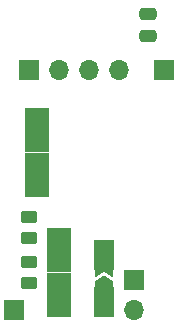
<source format=gbr>
%TF.GenerationSoftware,KiCad,Pcbnew,(6.0.5-0)*%
%TF.CreationDate,2022-11-19T14:20:50-08:00*%
%TF.ProjectId,teensy-lc-reg-adpt,7465656e-7379-42d6-9c63-2d7265672d61,rev?*%
%TF.SameCoordinates,PX8a12ae0PY695f190*%
%TF.FileFunction,Soldermask,Top*%
%TF.FilePolarity,Negative*%
%FSLAX46Y46*%
G04 Gerber Fmt 4.6, Leading zero omitted, Abs format (unit mm)*
G04 Created by KiCad (PCBNEW (6.0.5-0)) date 2022-11-19 14:20:50*
%MOMM*%
%LPD*%
G01*
G04 APERTURE LIST*
G04 Aperture macros list*
%AMRoundRect*
0 Rectangle with rounded corners*
0 $1 Rounding radius*
0 $2 $3 $4 $5 $6 $7 $8 $9 X,Y pos of 4 corners*
0 Add a 4 corners polygon primitive as box body*
4,1,4,$2,$3,$4,$5,$6,$7,$8,$9,$2,$3,0*
0 Add four circle primitives for the rounded corners*
1,1,$1+$1,$2,$3*
1,1,$1+$1,$4,$5*
1,1,$1+$1,$6,$7*
1,1,$1+$1,$8,$9*
0 Add four rect primitives between the rounded corners*
20,1,$1+$1,$2,$3,$4,$5,0*
20,1,$1+$1,$4,$5,$6,$7,0*
20,1,$1+$1,$6,$7,$8,$9,0*
20,1,$1+$1,$8,$9,$2,$3,0*%
%AMFreePoly0*
4,1,6,0.500000,-0.750000,-0.650000,-0.750000,-0.150000,0.000000,-0.650000,0.750000,0.500000,0.750000,0.500000,-0.750000,0.500000,-0.750000,$1*%
%AMFreePoly1*
4,1,6,1.000000,0.000000,0.500000,-0.750000,-0.500000,-0.750000,-0.500000,0.750000,0.500000,0.750000,1.000000,0.000000,1.000000,0.000000,$1*%
G04 Aperture macros list end*
%ADD10FreePoly0,90.000000*%
%ADD11FreePoly1,90.000000*%
%ADD12R,1.800000X2.500000*%
%ADD13RoundRect,0.250000X-0.450000X0.262500X-0.450000X-0.262500X0.450000X-0.262500X0.450000X0.262500X0*%
%ADD14R,1.700000X1.700000*%
%ADD15RoundRect,0.250000X0.475000X-0.250000X0.475000X0.250000X-0.475000X0.250000X-0.475000X-0.250000X0*%
%ADD16R,2.000000X3.800000*%
%ADD17O,1.700000X1.700000*%
G04 APERTURE END LIST*
D10*
%TO.C,JP1*%
X11430000Y4662000D03*
D11*
X11430000Y3212000D03*
%TD*%
D12*
%TO.C,D1*%
X11430000Y5937000D03*
X11430000Y1937000D03*
%TD*%
D13*
%TO.C,R2*%
X5080000Y5357500D03*
X5080000Y3532500D03*
%TD*%
%TO.C,R1*%
X5080000Y9167500D03*
X5080000Y7342500D03*
%TD*%
D14*
%TO.C,J4*%
X16510000Y21590000D03*
%TD*%
D15*
%TO.C,C1*%
X15113000Y26350000D03*
X15113000Y24450000D03*
%TD*%
D16*
%TO.C,TP3*%
X5715000Y16510000D03*
%TD*%
%TO.C,TP2*%
X7620000Y2540000D03*
%TD*%
D14*
%TO.C,J2*%
X5080000Y21590000D03*
D17*
X7620000Y21590000D03*
X10160000Y21590000D03*
X12700000Y21590000D03*
%TD*%
D14*
%TO.C,J3*%
X13970000Y3810000D03*
D17*
X13970000Y1270000D03*
%TD*%
D16*
%TO.C,TP1*%
X5715000Y12700000D03*
%TD*%
D14*
%TO.C,J1*%
X3810000Y1270000D03*
%TD*%
D16*
%TO.C,TP4*%
X7620000Y6350000D03*
%TD*%
M02*

</source>
